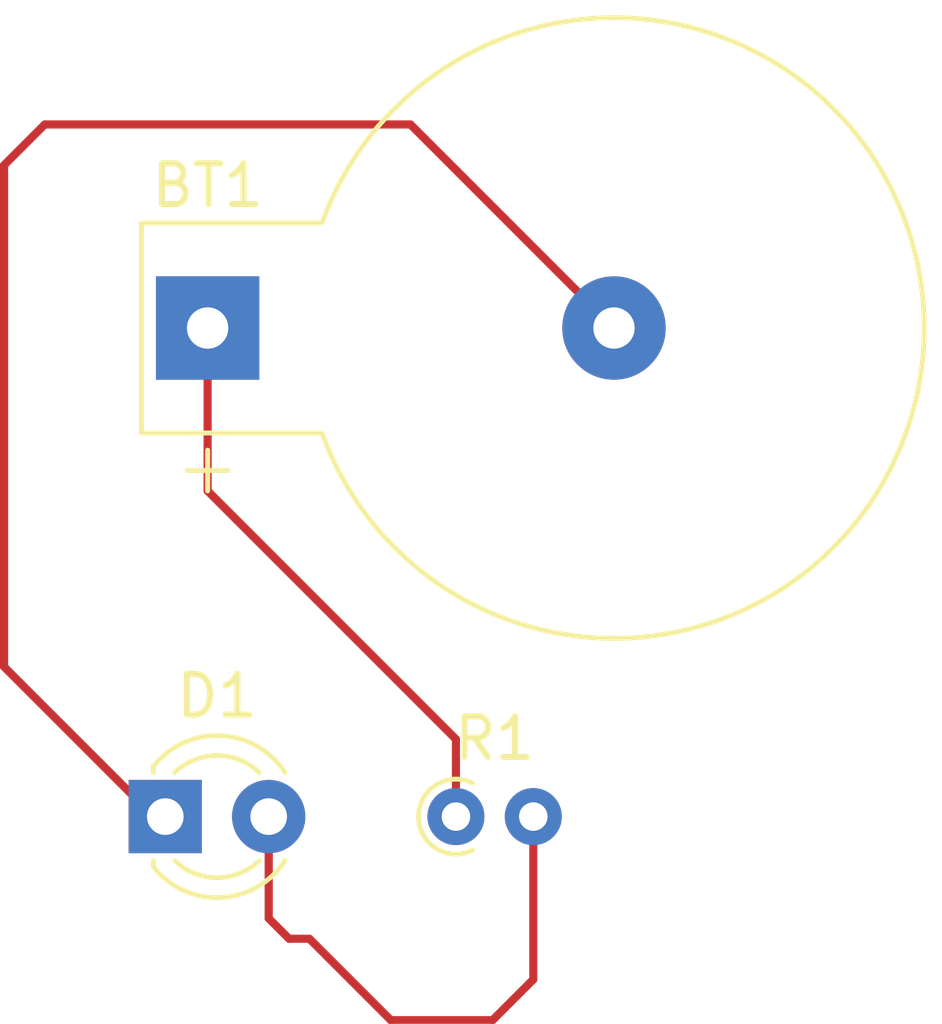
<source format=kicad_pcb>
(kicad_pcb (version 20241229) (generator "pcbnew") (generator_version "9.0")
  (layers (0 "F.Cu" signal) (2 "B.Cu" signal) (13 "F.Paste" user) (15 "B.Paste" user) (5 "F.SilkS" user "F.Silkscreen") (7 "B.SilkS" user "B.Silkscreen") (1 "F.Mask" user) (3 "B.Mask" user) (25 "Edge.Cuts" user))
  (net 0 "")
  (net 1 "Net-(BT1--)")
  (net 2 "Net-(BT1-+)")
  (net 3 "Net-(D1-A)")
  (footprint "LED_THT:LED_D3.0mm_IRBlack" (layer "F.Cu") (at 107.46 94)
    (property "Reference" "D1" (at 1.27 -2.96 0) (layer "F.SilkS"))
    (property "Value" "LED")
    (fp_line (start -0.29 -1.236) (end -0.29 -1.08) (stroke (width 0.12)) (layer "F.SilkS"))
    (fp_line (start -0.29 1.08) (end -0.29 1.236) (stroke (width 0.12)) (layer "F.SilkS"))
    (fp_arc (start -0.29 -1.235516) (mid 1.36566 -1.987699) (end 2.941437 -1.08) (stroke (width 0.12)) (layer "F.SilkS"))
    (fp_arc (start 0.229039 -1.08) (mid 1.27 -1.5) (end 2.310961 -1.08) (stroke (width 0.12)) (layer "F.SilkS"))
    (fp_arc (start 2.310961 1.08) (mid 1.27 1.5) (end 0.229039 1.08) (stroke (width 0.12)) (layer "F.SilkS"))
    (fp_arc (start 2.941437 1.08) (mid 1.36566 1.987699) (end -0.29 1.235516) (stroke (width 0.12)) (layer "F.SilkS"))
    (pad "1" thru_hole rect (at 0 0) (size 1.8 1.8) (drill 0.9) (layers "*.Cu" "*.Mask") (net 1 "Net-(BT1--)"))
    (pad "2" thru_hole circle (at 2.54 0) (size 1.8 1.8) (drill 0.9) (layers "*.Cu" "*.Mask") (net 3 "Net-(D1-A)"))
  )
  (footprint "Battery:BatteryHolder_Keystone_500" (layer "F.Cu") (at 108.5 82)
    (property "Reference" "BT1" (at 0 -3.5 0) (layer "F.SilkS"))
    (property "Value" "Battery_Cell")
    (fp_line (start -1.6256 -2.5781) (end -1.6256 2.5781) (stroke (width 0.12)) (layer "F.SilkS"))
    (fp_line (start -1.6256 -2.5781) (end 2.81 -2.5781) (stroke (width 0.12)) (layer "F.SilkS"))
    (fp_line (start -1.6256 2.5781) (end 2.81 2.5781) (stroke (width 0.12)) (layer "F.SilkS"))
    (fp_line (start 0 3) (end 0 4) (stroke (width 0.12)) (layer "F.SilkS"))
    (fp_line (start 0.5 3.5) (end -0.5 3.5) (stroke (width 0.12)) (layer "F.SilkS"))
    (fp_arc (start 2.81 -2.5781) (mid 17.603686 0) (end 2.81 2.5781) (stroke (width 0.12)) (layer "F.SilkS"))
    (pad "1" thru_hole rect (at 0 0) (size 2.54 2.54) (drill 1.016) (layers "*.Cu" "*.Mask") (net 2 "Net-(BT1-+)"))
    (pad "2" thru_hole circle (at 9.9822 0) (size 2.54 2.54) (drill 1.016) (layers "*.Cu" "*.Mask") (net 1 "Net-(BT1--)"))
  )
  (footprint "Resistor_THT:R_Axial_DIN0204_L3.6mm_D1.6mm_P1.90mm_Vertical" (layer "F.Cu") (at 114.6 94)
    (property "Reference" "R1" (at 0.95 -1.92 0) (layer "F.SilkS"))
    (property "Value" "100")
    (fp_arc (start 0.417133 0.82) (mid -0.92 0) (end 0.417133 -0.82) (stroke (width 0.12)) (layer "F.SilkS"))
    (pad "1" thru_hole circle (at 0 0) (size 1.4 1.4) (drill 0.7) (layers "*.Cu" "*.Mask") (net 2 "Net-(BT1-+)"))
    (pad "2" thru_hole circle (at 1.9 0) (size 1.4 1.4) (drill 0.7) (layers "*.Cu" "*.Mask") (net 3 "Net-(D1-A)"))
  )
  (segment (start 118.4822 82) (end 113.4822 77) (width 0.2) (layer "F.Cu") (net 1))
  (segment (start 106.84 93.66) (end 106.81 93.66) (width 0.2) (layer "F.Cu") (net 1))
  (segment (start 113.4822 77) (end 104.5 77) (width 0.2) (layer "F.Cu") (net 1))
  (segment (start 103.5 90.32) (end 106.68 93.5) (width 0.2) (layer "F.Cu") (net 1))
  (segment (start 104.5 77) (end 103.5 78) (width 0.2) (layer "F.Cu") (net 1))
  (segment (start 106.68 93.5) (end 107 93.5) (width 0.2) (layer "F.Cu") (net 1))
  (segment (start 103.5 78) (end 103.5 90.32) (width 0.2) (layer "F.Cu") (net 1))
  (segment (start 107 93.5) (end 106.84 93.66) (width 0.2) (layer "F.Cu") (net 1))
  (segment (start 114.6 92.1) (end 114.6 94) (width 0.2) (layer "F.Cu") (net 2))
  (segment (start 108.5 86) (end 114.6 92.1) (width 0.2) (layer "F.Cu") (net 2))
  (segment (start 108.5 82) (end 108.5 86) (width 0.2) (layer "F.Cu") (net 2))
  (segment (start 116.5 94) (end 116.5 98) (width 0.2) (layer "F.Cu") (net 3))
  (segment (start 110.5 97) (end 110 96.5) (width 0.2) (layer "F.Cu") (net 3))
  (segment (start 111 97) (end 110.5 97) (width 0.2) (layer "F.Cu") (net 3))
  (segment (start 116.5 98) (end 115.5 99) (width 0.2) (layer "F.Cu") (net 3))
  (segment (start 113 99) (end 111 97) (width 0.2) (layer "F.Cu") (net 3))
  (segment (start 115.5 99) (end 113 99) (width 0.2) (layer "F.Cu") (net 3))
  (segment (start 110 96.5) (end 110 94) (width 0.2) (layer "F.Cu") (net 3))
)
</source>
